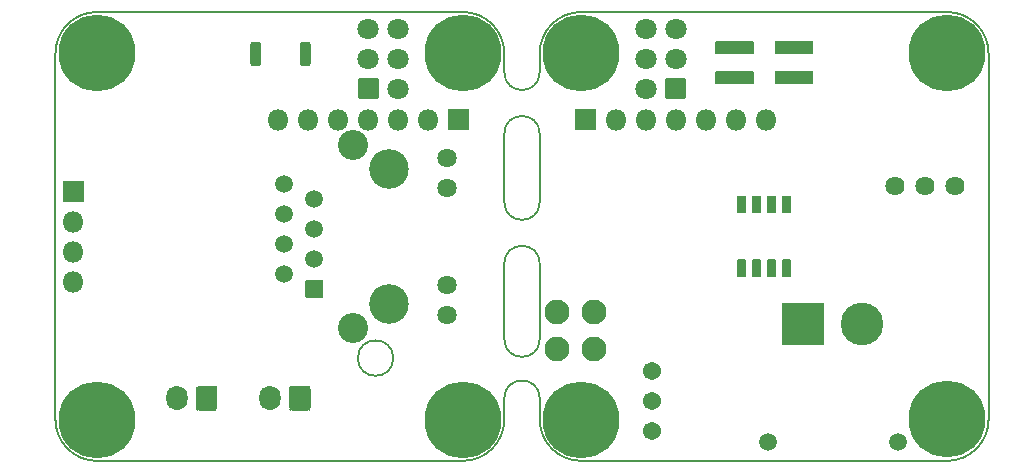
<source format=gbr>
%TF.GenerationSoftware,KiCad,Pcbnew,(5.1.8-0-10_14)*%
%TF.CreationDate,2021-08-30T17:25:53+02:00*%
%TF.ProjectId,ethersweep,65746865-7273-4776-9565-702e6b696361,2.0.1*%
%TF.SameCoordinates,Original*%
%TF.FileFunction,Soldermask,Bot*%
%TF.FilePolarity,Negative*%
%FSLAX46Y46*%
G04 Gerber Fmt 4.6, Leading zero omitted, Abs format (unit mm)*
G04 Created by KiCad (PCBNEW (5.1.8-0-10_14)) date 2021-08-30 17:25:53*
%MOMM*%
%LPD*%
G01*
G04 APERTURE LIST*
%TA.AperFunction,Profile*%
%ADD10C,0.150000*%
%TD*%
%ADD11C,6.502000*%
%ADD12C,0.902000*%
%ADD13O,1.802000X2.102000*%
%ADD14C,1.802000*%
%ADD15O,1.802000X1.802000*%
%ADD16C,2.102000*%
%ADD17C,1.500000*%
%ADD18C,1.632000*%
%ADD19C,2.547000*%
%ADD20C,3.352000*%
%ADD21C,1.542000*%
%ADD22C,1.502000*%
%ADD23C,3.602000*%
%ADD24C,1.626000*%
%ADD25C,0.100000*%
G04 APERTURE END LIST*
D10*
X221600000Y-26700000D02*
G75*
G02*
X225100000Y-30200000I0J-3500000D01*
G01*
X184100000Y-60700000D02*
X184100000Y-59400000D01*
X187100000Y-31800000D02*
X187100000Y-30700000D01*
X187100000Y-31800000D02*
G75*
G02*
X184100000Y-31800000I-1500000J0D01*
G01*
X187100000Y-61200000D02*
X187100000Y-59400000D01*
X184100000Y-31800000D02*
X184100000Y-30200000D01*
X184100000Y-59400000D02*
G75*
G02*
X187100000Y-59400000I1500000J0D01*
G01*
X187100000Y-42800000D02*
G75*
G02*
X184100000Y-42800000I-1500000J0D01*
G01*
X184100000Y-37000000D02*
G75*
G02*
X187100000Y-37000000I1500000J0D01*
G01*
X187100000Y-42800000D02*
X187100000Y-37000000D01*
X184100000Y-54400000D02*
X184100000Y-48000000D01*
X184100000Y-48000000D02*
G75*
G02*
X187100000Y-48000000I1500000J0D01*
G01*
X184100000Y-42800000D02*
X184100000Y-37000000D01*
X187100000Y-54400000D02*
X187100000Y-48000000D01*
X187100000Y-54400000D02*
G75*
G02*
X184100000Y-54400000I-1500000J0D01*
G01*
X184100000Y-61200000D02*
X184100000Y-60700000D01*
X187100000Y-30200000D02*
X187100000Y-30700000D01*
X174700000Y-56000000D02*
G75*
G03*
X174700000Y-56000000I-1500000J0D01*
G01*
X149600000Y-64700000D02*
G75*
G02*
X146100000Y-61200000I0J3500000D01*
G01*
X149600000Y-64700000D02*
X180600000Y-64700000D01*
X190600000Y-26700000D02*
X221600000Y-26700000D01*
X187100000Y-30200000D02*
G75*
G02*
X190600000Y-26700000I3500000J0D01*
G01*
X225100000Y-61200000D02*
G75*
G02*
X221600000Y-64700000I-3500000J0D01*
G01*
X190600000Y-64700000D02*
G75*
G02*
X187100000Y-61200000I0J3500000D01*
G01*
X190600000Y-64700000D02*
X221600000Y-64700000D01*
X225100000Y-61200000D02*
X225100000Y-30200000D01*
X146100000Y-30200000D02*
X146100000Y-61200000D01*
X184100000Y-61200000D02*
G75*
G02*
X180600000Y-64700000I-3500000J0D01*
G01*
X180600000Y-26700000D02*
G75*
G02*
X184100000Y-30200000I0J-3500000D01*
G01*
X146100000Y-30200000D02*
G75*
G02*
X149600000Y-26700000I3500000J0D01*
G01*
X180600000Y-26700000D02*
X149600000Y-26700000D01*
X221600000Y-26700000D02*
G75*
G02*
X225100000Y-30200000I0J-3500000D01*
G01*
X184100000Y-60700000D02*
X184100000Y-59400000D01*
X187100000Y-31800000D02*
X187100000Y-30700000D01*
X187100000Y-31800000D02*
G75*
G02*
X184100000Y-31800000I-1500000J0D01*
G01*
X187100000Y-61200000D02*
X187100000Y-59400000D01*
X184100000Y-31800000D02*
X184100000Y-30200000D01*
X184100000Y-59400000D02*
G75*
G02*
X187100000Y-59400000I1500000J0D01*
G01*
X187100000Y-42800000D02*
G75*
G02*
X184100000Y-42800000I-1500000J0D01*
G01*
X184100000Y-37000000D02*
G75*
G02*
X187100000Y-37000000I1500000J0D01*
G01*
X187100000Y-42800000D02*
X187100000Y-37000000D01*
X184100000Y-54400000D02*
X184100000Y-48000000D01*
X184100000Y-48000000D02*
G75*
G02*
X187100000Y-48000000I1500000J0D01*
G01*
X184100000Y-42800000D02*
X184100000Y-37000000D01*
X187100000Y-54400000D02*
X187100000Y-48000000D01*
X187100000Y-54400000D02*
G75*
G02*
X184100000Y-54400000I-1500000J0D01*
G01*
X184100000Y-61200000D02*
X184100000Y-60700000D01*
X187100000Y-30200000D02*
X187100000Y-30700000D01*
X174700000Y-56000000D02*
G75*
G03*
X174700000Y-56000000I-1500000J0D01*
G01*
X149600000Y-64700000D02*
G75*
G02*
X146100000Y-61200000I0J3500000D01*
G01*
X149600000Y-64700000D02*
X180600000Y-64700000D01*
X190600000Y-26700000D02*
X221600000Y-26700000D01*
X187100000Y-30200000D02*
G75*
G02*
X190600000Y-26700000I3500000J0D01*
G01*
X225100000Y-61200000D02*
G75*
G02*
X221600000Y-64700000I-3500000J0D01*
G01*
X190600000Y-64700000D02*
G75*
G02*
X187100000Y-61200000I0J3500000D01*
G01*
X190600000Y-64700000D02*
X221600000Y-64700000D01*
X225100000Y-61200000D02*
X225100000Y-30200000D01*
X146100000Y-30200000D02*
X146100000Y-61200000D01*
X184100000Y-61200000D02*
G75*
G02*
X180600000Y-64700000I-3500000J0D01*
G01*
X180600000Y-26700000D02*
G75*
G02*
X184100000Y-30200000I0J-3500000D01*
G01*
X146100000Y-30200000D02*
G75*
G02*
X149600000Y-26700000I3500000J0D01*
G01*
X180600000Y-26700000D02*
X149600000Y-26700000D01*
D11*
X221600000Y-30200000D03*
D12*
X224000000Y-30200000D03*
X223297056Y-31897056D03*
X221600000Y-32600000D03*
X219902944Y-31897056D03*
X219200000Y-30200000D03*
X219902944Y-28502944D03*
X221600000Y-27800000D03*
X223297056Y-28502944D03*
D13*
X156400000Y-59400000D03*
G36*
G01*
X159801000Y-58614000D02*
X159801000Y-60186000D01*
G75*
G02*
X159536000Y-60451000I-265000J0D01*
G01*
X158264000Y-60451000D01*
G75*
G02*
X157999000Y-60186000I0J265000D01*
G01*
X157999000Y-58614000D01*
G75*
G02*
X158264000Y-58349000I265000J0D01*
G01*
X159536000Y-58349000D01*
G75*
G02*
X159801000Y-58614000I0J-265000D01*
G01*
G37*
G36*
G01*
X171699000Y-33836000D02*
X171699000Y-32564000D01*
G75*
G02*
X171964000Y-32299000I265000J0D01*
G01*
X173236000Y-32299000D01*
G75*
G02*
X173501000Y-32564000I0J-265000D01*
G01*
X173501000Y-33836000D01*
G75*
G02*
X173236000Y-34101000I-265000J0D01*
G01*
X171964000Y-34101000D01*
G75*
G02*
X171699000Y-33836000I0J265000D01*
G01*
G37*
D14*
X172600000Y-30660000D03*
X172600000Y-28120000D03*
X175140000Y-33200000D03*
X175140000Y-30660000D03*
X175140000Y-28120000D03*
G36*
G01*
X199501000Y-32564000D02*
X199501000Y-33836000D01*
G75*
G02*
X199236000Y-34101000I-265000J0D01*
G01*
X197964000Y-34101000D01*
G75*
G02*
X197699000Y-33836000I0J265000D01*
G01*
X197699000Y-32564000D01*
G75*
G02*
X197964000Y-32299000I265000J0D01*
G01*
X199236000Y-32299000D01*
G75*
G02*
X199501000Y-32564000I0J-265000D01*
G01*
G37*
X198600000Y-30660000D03*
X198600000Y-28120000D03*
X196060000Y-33200000D03*
X196060000Y-30660000D03*
X196060000Y-28120000D03*
D11*
X190600000Y-61200000D03*
D12*
X193000000Y-61200000D03*
X192297056Y-62897056D03*
X190600000Y-63600000D03*
X188902944Y-62897056D03*
X188200000Y-61200000D03*
X188902944Y-59502944D03*
X190600000Y-58800000D03*
X192297056Y-59502944D03*
X223297056Y-59477945D03*
X221600000Y-58775001D03*
X219902944Y-59477945D03*
X219200000Y-61175001D03*
X219902944Y-62872057D03*
X221600000Y-63575001D03*
X223297056Y-62872057D03*
X224000000Y-61175001D03*
D11*
X221600000Y-61175001D03*
D12*
X192297056Y-28502944D03*
X190600000Y-27800000D03*
X188902944Y-28502944D03*
X188200000Y-30200000D03*
X188902944Y-31897056D03*
X190600000Y-32600000D03*
X192297056Y-31897056D03*
X193000000Y-30200000D03*
D11*
X190600000Y-30200000D03*
G36*
G01*
X148501000Y-41050000D02*
X148501000Y-42750000D01*
G75*
G02*
X148450000Y-42801000I-51000J0D01*
G01*
X146750000Y-42801000D01*
G75*
G02*
X146699000Y-42750000I0J51000D01*
G01*
X146699000Y-41050000D01*
G75*
G02*
X146750000Y-40999000I51000J0D01*
G01*
X148450000Y-40999000D01*
G75*
G02*
X148501000Y-41050000I0J-51000D01*
G01*
G37*
D15*
X147600000Y-44440000D03*
X147600000Y-46980000D03*
X147600000Y-49520000D03*
G36*
G01*
X167701000Y-58614000D02*
X167701000Y-60186000D01*
G75*
G02*
X167436000Y-60451000I-265000J0D01*
G01*
X166164000Y-60451000D01*
G75*
G02*
X165899000Y-60186000I0J265000D01*
G01*
X165899000Y-58614000D01*
G75*
G02*
X166164000Y-58349000I265000J0D01*
G01*
X167436000Y-58349000D01*
G75*
G02*
X167701000Y-58614000I0J-265000D01*
G01*
G37*
D13*
X164300000Y-59400000D03*
G36*
G01*
X210251000Y-29230000D02*
X210251000Y-30230000D01*
G75*
G02*
X210200000Y-30281000I-51000J0D01*
G01*
X207050000Y-30281000D01*
G75*
G02*
X206999000Y-30230000I0J51000D01*
G01*
X206999000Y-29230000D01*
G75*
G02*
X207050000Y-29179000I51000J0D01*
G01*
X210200000Y-29179000D01*
G75*
G02*
X210251000Y-29230000I0J-51000D01*
G01*
G37*
G36*
G01*
X205201000Y-29230000D02*
X205201000Y-30230000D01*
G75*
G02*
X205150000Y-30281000I-51000J0D01*
G01*
X202000000Y-30281000D01*
G75*
G02*
X201949000Y-30230000I0J51000D01*
G01*
X201949000Y-29230000D01*
G75*
G02*
X202000000Y-29179000I51000J0D01*
G01*
X205150000Y-29179000D01*
G75*
G02*
X205201000Y-29230000I0J-51000D01*
G01*
G37*
G36*
G01*
X210251000Y-31770000D02*
X210251000Y-32770000D01*
G75*
G02*
X210200000Y-32821000I-51000J0D01*
G01*
X207050000Y-32821000D01*
G75*
G02*
X206999000Y-32770000I0J51000D01*
G01*
X206999000Y-31770000D01*
G75*
G02*
X207050000Y-31719000I51000J0D01*
G01*
X210200000Y-31719000D01*
G75*
G02*
X210251000Y-31770000I0J-51000D01*
G01*
G37*
G36*
G01*
X205201000Y-31770000D02*
X205201000Y-32770000D01*
G75*
G02*
X205150000Y-32821000I-51000J0D01*
G01*
X202000000Y-32821000D01*
G75*
G02*
X201949000Y-32770000I0J51000D01*
G01*
X201949000Y-31770000D01*
G75*
G02*
X202000000Y-31719000I51000J0D01*
G01*
X205150000Y-31719000D01*
G75*
G02*
X205201000Y-31770000I0J-51000D01*
G01*
G37*
G36*
G01*
X163501000Y-29424500D02*
X163501000Y-31075500D01*
G75*
G02*
X163275500Y-31301000I-225500J0D01*
G01*
X162824500Y-31301000D01*
G75*
G02*
X162599000Y-31075500I0J225500D01*
G01*
X162599000Y-29424500D01*
G75*
G02*
X162824500Y-29199000I225500J0D01*
G01*
X163275500Y-29199000D01*
G75*
G02*
X163501000Y-29424500I0J-225500D01*
G01*
G37*
G36*
G01*
X167701000Y-29424500D02*
X167701000Y-31075500D01*
G75*
G02*
X167475500Y-31301000I-225500J0D01*
G01*
X167024500Y-31301000D01*
G75*
G02*
X166799000Y-31075500I0J225500D01*
G01*
X166799000Y-29424500D01*
G75*
G02*
X167024500Y-29199000I225500J0D01*
G01*
X167475500Y-29199000D01*
G75*
G02*
X167701000Y-29424500I0J-225500D01*
G01*
G37*
G36*
G01*
X203844000Y-43700000D02*
X203844000Y-42300000D01*
G75*
G02*
X203895000Y-42249000I51000J0D01*
G01*
X204495000Y-42249000D01*
G75*
G02*
X204546000Y-42300000I0J-51000D01*
G01*
X204546000Y-43700000D01*
G75*
G02*
X204495000Y-43751000I-51000J0D01*
G01*
X203895000Y-43751000D01*
G75*
G02*
X203844000Y-43700000I0J51000D01*
G01*
G37*
G36*
G01*
X205114000Y-43700000D02*
X205114000Y-42300000D01*
G75*
G02*
X205165000Y-42249000I51000J0D01*
G01*
X205765000Y-42249000D01*
G75*
G02*
X205816000Y-42300000I0J-51000D01*
G01*
X205816000Y-43700000D01*
G75*
G02*
X205765000Y-43751000I-51000J0D01*
G01*
X205165000Y-43751000D01*
G75*
G02*
X205114000Y-43700000I0J51000D01*
G01*
G37*
G36*
G01*
X206384000Y-43700000D02*
X206384000Y-42300000D01*
G75*
G02*
X206435000Y-42249000I51000J0D01*
G01*
X207035000Y-42249000D01*
G75*
G02*
X207086000Y-42300000I0J-51000D01*
G01*
X207086000Y-43700000D01*
G75*
G02*
X207035000Y-43751000I-51000J0D01*
G01*
X206435000Y-43751000D01*
G75*
G02*
X206384000Y-43700000I0J51000D01*
G01*
G37*
G36*
G01*
X207654000Y-43700000D02*
X207654000Y-42300000D01*
G75*
G02*
X207705000Y-42249000I51000J0D01*
G01*
X208305000Y-42249000D01*
G75*
G02*
X208356000Y-42300000I0J-51000D01*
G01*
X208356000Y-43700000D01*
G75*
G02*
X208305000Y-43751000I-51000J0D01*
G01*
X207705000Y-43751000D01*
G75*
G02*
X207654000Y-43700000I0J51000D01*
G01*
G37*
G36*
G01*
X207654000Y-49100000D02*
X207654000Y-47700000D01*
G75*
G02*
X207705000Y-47649000I51000J0D01*
G01*
X208305000Y-47649000D01*
G75*
G02*
X208356000Y-47700000I0J-51000D01*
G01*
X208356000Y-49100000D01*
G75*
G02*
X208305000Y-49151000I-51000J0D01*
G01*
X207705000Y-49151000D01*
G75*
G02*
X207654000Y-49100000I0J51000D01*
G01*
G37*
G36*
G01*
X206384000Y-49100000D02*
X206384000Y-47700000D01*
G75*
G02*
X206435000Y-47649000I51000J0D01*
G01*
X207035000Y-47649000D01*
G75*
G02*
X207086000Y-47700000I0J-51000D01*
G01*
X207086000Y-49100000D01*
G75*
G02*
X207035000Y-49151000I-51000J0D01*
G01*
X206435000Y-49151000D01*
G75*
G02*
X206384000Y-49100000I0J51000D01*
G01*
G37*
G36*
G01*
X205114000Y-49100000D02*
X205114000Y-47700000D01*
G75*
G02*
X205165000Y-47649000I51000J0D01*
G01*
X205765000Y-47649000D01*
G75*
G02*
X205816000Y-47700000I0J-51000D01*
G01*
X205816000Y-49100000D01*
G75*
G02*
X205765000Y-49151000I-51000J0D01*
G01*
X205165000Y-49151000D01*
G75*
G02*
X205114000Y-49100000I0J51000D01*
G01*
G37*
G36*
G01*
X203844000Y-49100000D02*
X203844000Y-47700000D01*
G75*
G02*
X203895000Y-47649000I51000J0D01*
G01*
X204495000Y-47649000D01*
G75*
G02*
X204546000Y-47700000I0J-51000D01*
G01*
X204546000Y-49100000D01*
G75*
G02*
X204495000Y-49151000I-51000J0D01*
G01*
X203895000Y-49151000D01*
G75*
G02*
X203844000Y-49100000I0J51000D01*
G01*
G37*
D11*
X149600000Y-30200000D03*
D12*
X152000000Y-30200000D03*
X151297056Y-31897056D03*
X149600000Y-32600000D03*
X147902944Y-31897056D03*
X147200000Y-30200000D03*
X147902944Y-28502944D03*
X149600000Y-27800000D03*
X151297056Y-28502944D03*
X182297056Y-28502944D03*
X180600000Y-27800000D03*
X178902944Y-28502944D03*
X178200000Y-30200000D03*
X178902944Y-31897056D03*
X180600000Y-32600000D03*
X182297056Y-31897056D03*
X183000000Y-30200000D03*
D11*
X180600000Y-30200000D03*
X180600000Y-61200000D03*
D12*
X183000000Y-61200000D03*
X182297056Y-62897056D03*
X180600000Y-63600000D03*
X178902944Y-62897056D03*
X178200000Y-61200000D03*
X178902944Y-59502944D03*
X180600000Y-58800000D03*
X182297056Y-59502944D03*
X151297056Y-59502944D03*
X149600000Y-58800000D03*
X147902944Y-59502944D03*
X147200000Y-61200000D03*
X147902944Y-62897056D03*
X149600000Y-63600000D03*
X151297056Y-62897056D03*
X152000000Y-61200000D03*
D11*
X149600000Y-61200000D03*
D16*
X188574999Y-55200000D03*
X188600000Y-52100000D03*
X191700000Y-55200000D03*
X191700000Y-52100000D03*
G36*
G01*
X191850000Y-36701000D02*
X190150000Y-36701000D01*
G75*
G02*
X190099000Y-36650000I0J51000D01*
G01*
X190099000Y-34950000D01*
G75*
G02*
X190150000Y-34899000I51000J0D01*
G01*
X191850000Y-34899000D01*
G75*
G02*
X191901000Y-34950000I0J-51000D01*
G01*
X191901000Y-36650000D01*
G75*
G02*
X191850000Y-36701000I-51000J0D01*
G01*
G37*
D15*
X193540000Y-35800000D03*
X196080000Y-35800000D03*
X198620000Y-35800000D03*
X201160000Y-35800000D03*
X203700000Y-35800000D03*
X206240000Y-35800000D03*
X164960000Y-35800000D03*
X167500000Y-35800000D03*
X170040000Y-35800000D03*
X172580000Y-35800000D03*
X175120000Y-35800000D03*
X177660000Y-35800000D03*
G36*
G01*
X181050000Y-36701000D02*
X179350000Y-36701000D01*
G75*
G02*
X179299000Y-36650000I0J51000D01*
G01*
X179299000Y-34950000D01*
G75*
G02*
X179350000Y-34899000I51000J0D01*
G01*
X181050000Y-34899000D01*
G75*
G02*
X181101000Y-34950000I0J-51000D01*
G01*
X181101000Y-36650000D01*
G75*
G02*
X181050000Y-36701000I-51000J0D01*
G01*
G37*
G36*
G01*
X167301000Y-49400000D02*
X168699000Y-49400000D01*
G75*
G02*
X168750000Y-49451000I0J-51000D01*
G01*
X168750000Y-50849000D01*
G75*
G02*
X168699000Y-50900000I-51000J0D01*
G01*
X167301000Y-50900000D01*
G75*
G02*
X167250000Y-50849000I0J51000D01*
G01*
X167250000Y-49451000D01*
G75*
G02*
X167301000Y-49400000I51000J0D01*
G01*
G37*
D17*
X165460000Y-48880000D03*
X168000000Y-47610000D03*
X165460000Y-46340000D03*
X168000000Y-45070000D03*
X165460000Y-43800000D03*
X168000000Y-42530000D03*
X165460000Y-41260000D03*
D18*
X179250000Y-52325000D03*
X179250000Y-49785000D03*
X179250000Y-39075000D03*
X179250000Y-41615000D03*
D19*
X171300000Y-53445000D03*
X171300000Y-37955000D03*
D20*
X174350000Y-39985000D03*
X174350000Y-51415000D03*
D21*
X196600000Y-62180000D03*
X196600000Y-59640000D03*
X196600000Y-57100000D03*
D22*
X206400000Y-63100000D03*
X217400000Y-63100000D03*
G36*
G01*
X211201000Y-51350000D02*
X211201000Y-54850000D01*
G75*
G02*
X211150000Y-54901000I-51000J0D01*
G01*
X207650000Y-54901000D01*
G75*
G02*
X207599000Y-54850000I0J51000D01*
G01*
X207599000Y-51350000D01*
G75*
G02*
X207650000Y-51299000I51000J0D01*
G01*
X211150000Y-51299000D01*
G75*
G02*
X211201000Y-51350000I0J-51000D01*
G01*
G37*
D23*
X214400000Y-53100000D03*
D24*
X222260000Y-41390000D03*
X219720000Y-41390000D03*
X217180000Y-41390000D03*
D25*
G36*
X158000990Y-60185804D02*
G01*
X158006062Y-60237304D01*
X158021029Y-60286642D01*
X158045332Y-60332110D01*
X158078038Y-60371962D01*
X158117890Y-60404668D01*
X158163358Y-60428971D01*
X158212696Y-60443938D01*
X158264196Y-60449010D01*
X158265822Y-60450175D01*
X158265626Y-60452165D01*
X158264000Y-60453000D01*
X158181903Y-60453000D01*
X158181707Y-60452990D01*
X158141204Y-60449001D01*
X158140819Y-60448925D01*
X158107767Y-60438899D01*
X158107405Y-60438749D01*
X158076954Y-60422472D01*
X158076628Y-60422254D01*
X158049932Y-60400345D01*
X158049655Y-60400068D01*
X158027746Y-60373372D01*
X158027528Y-60373046D01*
X158011251Y-60342595D01*
X158011101Y-60342233D01*
X158001075Y-60309181D01*
X158000999Y-60308796D01*
X157997010Y-60268293D01*
X157997000Y-60268097D01*
X157997000Y-60186000D01*
X157998000Y-60184268D01*
X158000000Y-60184268D01*
X158000990Y-60185804D01*
G37*
G36*
X159802165Y-60184374D02*
G01*
X159803000Y-60186000D01*
X159803000Y-60268097D01*
X159802990Y-60268293D01*
X159799001Y-60308796D01*
X159798925Y-60309181D01*
X159788899Y-60342233D01*
X159788749Y-60342595D01*
X159772472Y-60373046D01*
X159772254Y-60373372D01*
X159750345Y-60400068D01*
X159750068Y-60400345D01*
X159723372Y-60422254D01*
X159723046Y-60422472D01*
X159692595Y-60438749D01*
X159692233Y-60438899D01*
X159659181Y-60448925D01*
X159658796Y-60449001D01*
X159618293Y-60452990D01*
X159618097Y-60453000D01*
X159536000Y-60453000D01*
X159534268Y-60452000D01*
X159534268Y-60450000D01*
X159535804Y-60449010D01*
X159587304Y-60443938D01*
X159636642Y-60428971D01*
X159682110Y-60404668D01*
X159721962Y-60371962D01*
X159754668Y-60332110D01*
X159778971Y-60286642D01*
X159793938Y-60237304D01*
X159799010Y-60185804D01*
X159800175Y-60184178D01*
X159802165Y-60184374D01*
G37*
G36*
X165900990Y-60185804D02*
G01*
X165906062Y-60237304D01*
X165921029Y-60286642D01*
X165945332Y-60332110D01*
X165978038Y-60371962D01*
X166017890Y-60404668D01*
X166063358Y-60428971D01*
X166112696Y-60443938D01*
X166164196Y-60449010D01*
X166165822Y-60450175D01*
X166165626Y-60452165D01*
X166164000Y-60453000D01*
X166081903Y-60453000D01*
X166081707Y-60452990D01*
X166041204Y-60449001D01*
X166040819Y-60448925D01*
X166007767Y-60438899D01*
X166007405Y-60438749D01*
X165976954Y-60422472D01*
X165976628Y-60422254D01*
X165949932Y-60400345D01*
X165949655Y-60400068D01*
X165927746Y-60373372D01*
X165927528Y-60373046D01*
X165911251Y-60342595D01*
X165911101Y-60342233D01*
X165901075Y-60309181D01*
X165900999Y-60308796D01*
X165897010Y-60268293D01*
X165897000Y-60268097D01*
X165897000Y-60186000D01*
X165898000Y-60184268D01*
X165900000Y-60184268D01*
X165900990Y-60185804D01*
G37*
G36*
X167702165Y-60184374D02*
G01*
X167703000Y-60186000D01*
X167703000Y-60268097D01*
X167702990Y-60268293D01*
X167699001Y-60308796D01*
X167698925Y-60309181D01*
X167688899Y-60342233D01*
X167688749Y-60342595D01*
X167672472Y-60373046D01*
X167672254Y-60373372D01*
X167650345Y-60400068D01*
X167650068Y-60400345D01*
X167623372Y-60422254D01*
X167623046Y-60422472D01*
X167592595Y-60438749D01*
X167592233Y-60438899D01*
X167559181Y-60448925D01*
X167558796Y-60449001D01*
X167518293Y-60452990D01*
X167518097Y-60453000D01*
X167436000Y-60453000D01*
X167434268Y-60452000D01*
X167434268Y-60450000D01*
X167435804Y-60449010D01*
X167487304Y-60443938D01*
X167536642Y-60428971D01*
X167582110Y-60404668D01*
X167621962Y-60371962D01*
X167654668Y-60332110D01*
X167678971Y-60286642D01*
X167693938Y-60237304D01*
X167699010Y-60185804D01*
X167700175Y-60184178D01*
X167702165Y-60184374D01*
G37*
G36*
X166165732Y-58348000D02*
G01*
X166165732Y-58350000D01*
X166164196Y-58350990D01*
X166112696Y-58356062D01*
X166063358Y-58371029D01*
X166017890Y-58395332D01*
X165978038Y-58428038D01*
X165945332Y-58467890D01*
X165921029Y-58513358D01*
X165906062Y-58562696D01*
X165900990Y-58614196D01*
X165899825Y-58615822D01*
X165897835Y-58615626D01*
X165897000Y-58614000D01*
X165897000Y-58531903D01*
X165897010Y-58531707D01*
X165900999Y-58491204D01*
X165901075Y-58490819D01*
X165911101Y-58457767D01*
X165911251Y-58457405D01*
X165927528Y-58426954D01*
X165927746Y-58426628D01*
X165949655Y-58399932D01*
X165949932Y-58399655D01*
X165976628Y-58377746D01*
X165976954Y-58377528D01*
X166007405Y-58361251D01*
X166007767Y-58361101D01*
X166040819Y-58351075D01*
X166041204Y-58350999D01*
X166081707Y-58347010D01*
X166081903Y-58347000D01*
X166164000Y-58347000D01*
X166165732Y-58348000D01*
G37*
G36*
X158265732Y-58348000D02*
G01*
X158265732Y-58350000D01*
X158264196Y-58350990D01*
X158212696Y-58356062D01*
X158163358Y-58371029D01*
X158117890Y-58395332D01*
X158078038Y-58428038D01*
X158045332Y-58467890D01*
X158021029Y-58513358D01*
X158006062Y-58562696D01*
X158000990Y-58614196D01*
X157999825Y-58615822D01*
X157997835Y-58615626D01*
X157997000Y-58614000D01*
X157997000Y-58531903D01*
X157997010Y-58531707D01*
X158000999Y-58491204D01*
X158001075Y-58490819D01*
X158011101Y-58457767D01*
X158011251Y-58457405D01*
X158027528Y-58426954D01*
X158027746Y-58426628D01*
X158049655Y-58399932D01*
X158049932Y-58399655D01*
X158076628Y-58377746D01*
X158076954Y-58377528D01*
X158107405Y-58361251D01*
X158107767Y-58361101D01*
X158140819Y-58351075D01*
X158141204Y-58350999D01*
X158181707Y-58347010D01*
X158181903Y-58347000D01*
X158264000Y-58347000D01*
X158265732Y-58348000D01*
G37*
G36*
X167518293Y-58347010D02*
G01*
X167558796Y-58350999D01*
X167559181Y-58351075D01*
X167592233Y-58361101D01*
X167592595Y-58361251D01*
X167623046Y-58377528D01*
X167623372Y-58377746D01*
X167650068Y-58399655D01*
X167650345Y-58399932D01*
X167672254Y-58426628D01*
X167672472Y-58426954D01*
X167688749Y-58457405D01*
X167688899Y-58457767D01*
X167698925Y-58490819D01*
X167699001Y-58491204D01*
X167702990Y-58531707D01*
X167703000Y-58531903D01*
X167703000Y-58614000D01*
X167702000Y-58615732D01*
X167700000Y-58615732D01*
X167699010Y-58614196D01*
X167693938Y-58562696D01*
X167678971Y-58513358D01*
X167654668Y-58467890D01*
X167621962Y-58428038D01*
X167582110Y-58395332D01*
X167536642Y-58371029D01*
X167487304Y-58356062D01*
X167435804Y-58350990D01*
X167434178Y-58349825D01*
X167434374Y-58347835D01*
X167436000Y-58347000D01*
X167518097Y-58347000D01*
X167518293Y-58347010D01*
G37*
G36*
X159618293Y-58347010D02*
G01*
X159658796Y-58350999D01*
X159659181Y-58351075D01*
X159692233Y-58361101D01*
X159692595Y-58361251D01*
X159723046Y-58377528D01*
X159723372Y-58377746D01*
X159750068Y-58399655D01*
X159750345Y-58399932D01*
X159772254Y-58426628D01*
X159772472Y-58426954D01*
X159788749Y-58457405D01*
X159788899Y-58457767D01*
X159798925Y-58490819D01*
X159799001Y-58491204D01*
X159802990Y-58531707D01*
X159803000Y-58531903D01*
X159803000Y-58614000D01*
X159802000Y-58615732D01*
X159800000Y-58615732D01*
X159799010Y-58614196D01*
X159793938Y-58562696D01*
X159778971Y-58513358D01*
X159754668Y-58467890D01*
X159721962Y-58428038D01*
X159682110Y-58395332D01*
X159636642Y-58371029D01*
X159587304Y-58356062D01*
X159535804Y-58350990D01*
X159534178Y-58349825D01*
X159534374Y-58347835D01*
X159536000Y-58347000D01*
X159618097Y-58347000D01*
X159618293Y-58347010D01*
G37*
G36*
X171700990Y-33835804D02*
G01*
X171706062Y-33887304D01*
X171721029Y-33936642D01*
X171745332Y-33982110D01*
X171778038Y-34021962D01*
X171817890Y-34054668D01*
X171863358Y-34078971D01*
X171912696Y-34093938D01*
X171964196Y-34099010D01*
X171965822Y-34100175D01*
X171965626Y-34102165D01*
X171964000Y-34103000D01*
X171881903Y-34103000D01*
X171881707Y-34102990D01*
X171841204Y-34099001D01*
X171840819Y-34098925D01*
X171807767Y-34088899D01*
X171807405Y-34088749D01*
X171776954Y-34072472D01*
X171776628Y-34072254D01*
X171749932Y-34050345D01*
X171749655Y-34050068D01*
X171727746Y-34023372D01*
X171727528Y-34023046D01*
X171711251Y-33992595D01*
X171711101Y-33992233D01*
X171701075Y-33959181D01*
X171700999Y-33958796D01*
X171697010Y-33918293D01*
X171697000Y-33918097D01*
X171697000Y-33836000D01*
X171698000Y-33834268D01*
X171700000Y-33834268D01*
X171700990Y-33835804D01*
G37*
G36*
X197700990Y-33835804D02*
G01*
X197706062Y-33887304D01*
X197721029Y-33936642D01*
X197745332Y-33982110D01*
X197778038Y-34021962D01*
X197817890Y-34054668D01*
X197863358Y-34078971D01*
X197912696Y-34093938D01*
X197964196Y-34099010D01*
X197965822Y-34100175D01*
X197965626Y-34102165D01*
X197964000Y-34103000D01*
X197881903Y-34103000D01*
X197881707Y-34102990D01*
X197841204Y-34099001D01*
X197840819Y-34098925D01*
X197807767Y-34088899D01*
X197807405Y-34088749D01*
X197776954Y-34072472D01*
X197776628Y-34072254D01*
X197749932Y-34050345D01*
X197749655Y-34050068D01*
X197727746Y-34023372D01*
X197727528Y-34023046D01*
X197711251Y-33992595D01*
X197711101Y-33992233D01*
X197701075Y-33959181D01*
X197700999Y-33958796D01*
X197697010Y-33918293D01*
X197697000Y-33918097D01*
X197697000Y-33836000D01*
X197698000Y-33834268D01*
X197700000Y-33834268D01*
X197700990Y-33835804D01*
G37*
G36*
X173502165Y-33834374D02*
G01*
X173503000Y-33836000D01*
X173503000Y-33918097D01*
X173502990Y-33918293D01*
X173499001Y-33958796D01*
X173498925Y-33959181D01*
X173488899Y-33992233D01*
X173488749Y-33992595D01*
X173472472Y-34023046D01*
X173472254Y-34023372D01*
X173450345Y-34050068D01*
X173450068Y-34050345D01*
X173423372Y-34072254D01*
X173423046Y-34072472D01*
X173392595Y-34088749D01*
X173392233Y-34088899D01*
X173359181Y-34098925D01*
X173358796Y-34099001D01*
X173318293Y-34102990D01*
X173318097Y-34103000D01*
X173236000Y-34103000D01*
X173234268Y-34102000D01*
X173234268Y-34100000D01*
X173235804Y-34099010D01*
X173287304Y-34093938D01*
X173336642Y-34078971D01*
X173382110Y-34054668D01*
X173421962Y-34021962D01*
X173454668Y-33982110D01*
X173478971Y-33936642D01*
X173493938Y-33887304D01*
X173499010Y-33835804D01*
X173500175Y-33834178D01*
X173502165Y-33834374D01*
G37*
G36*
X199502165Y-33834374D02*
G01*
X199503000Y-33836000D01*
X199503000Y-33918097D01*
X199502990Y-33918293D01*
X199499001Y-33958796D01*
X199498925Y-33959181D01*
X199488899Y-33992233D01*
X199488749Y-33992595D01*
X199472472Y-34023046D01*
X199472254Y-34023372D01*
X199450345Y-34050068D01*
X199450068Y-34050345D01*
X199423372Y-34072254D01*
X199423046Y-34072472D01*
X199392595Y-34088749D01*
X199392233Y-34088899D01*
X199359181Y-34098925D01*
X199358796Y-34099001D01*
X199318293Y-34102990D01*
X199318097Y-34103000D01*
X199236000Y-34103000D01*
X199234268Y-34102000D01*
X199234268Y-34100000D01*
X199235804Y-34099010D01*
X199287304Y-34093938D01*
X199336642Y-34078971D01*
X199382110Y-34054668D01*
X199421962Y-34021962D01*
X199454668Y-33982110D01*
X199478971Y-33936642D01*
X199493938Y-33887304D01*
X199499010Y-33835804D01*
X199500175Y-33834178D01*
X199502165Y-33834374D01*
G37*
G36*
X197965732Y-32298000D02*
G01*
X197965732Y-32300000D01*
X197964196Y-32300990D01*
X197912696Y-32306062D01*
X197863358Y-32321029D01*
X197817890Y-32345332D01*
X197778038Y-32378038D01*
X197745332Y-32417890D01*
X197721029Y-32463358D01*
X197706062Y-32512696D01*
X197700990Y-32564196D01*
X197699825Y-32565822D01*
X197697835Y-32565626D01*
X197697000Y-32564000D01*
X197697000Y-32481903D01*
X197697010Y-32481707D01*
X197700999Y-32441204D01*
X197701075Y-32440819D01*
X197711101Y-32407767D01*
X197711251Y-32407405D01*
X197727528Y-32376954D01*
X197727746Y-32376628D01*
X197749655Y-32349932D01*
X197749932Y-32349655D01*
X197776628Y-32327746D01*
X197776954Y-32327528D01*
X197807405Y-32311251D01*
X197807767Y-32311101D01*
X197840819Y-32301075D01*
X197841204Y-32300999D01*
X197881707Y-32297010D01*
X197881903Y-32297000D01*
X197964000Y-32297000D01*
X197965732Y-32298000D01*
G37*
G36*
X171965732Y-32298000D02*
G01*
X171965732Y-32300000D01*
X171964196Y-32300990D01*
X171912696Y-32306062D01*
X171863358Y-32321029D01*
X171817890Y-32345332D01*
X171778038Y-32378038D01*
X171745332Y-32417890D01*
X171721029Y-32463358D01*
X171706062Y-32512696D01*
X171700990Y-32564196D01*
X171699825Y-32565822D01*
X171697835Y-32565626D01*
X171697000Y-32564000D01*
X171697000Y-32481903D01*
X171697010Y-32481707D01*
X171700999Y-32441204D01*
X171701075Y-32440819D01*
X171711101Y-32407767D01*
X171711251Y-32407405D01*
X171727528Y-32376954D01*
X171727746Y-32376628D01*
X171749655Y-32349932D01*
X171749932Y-32349655D01*
X171776628Y-32327746D01*
X171776954Y-32327528D01*
X171807405Y-32311251D01*
X171807767Y-32311101D01*
X171840819Y-32301075D01*
X171841204Y-32300999D01*
X171881707Y-32297010D01*
X171881903Y-32297000D01*
X171964000Y-32297000D01*
X171965732Y-32298000D01*
G37*
G36*
X173318293Y-32297010D02*
G01*
X173358796Y-32300999D01*
X173359181Y-32301075D01*
X173392233Y-32311101D01*
X173392595Y-32311251D01*
X173423046Y-32327528D01*
X173423372Y-32327746D01*
X173450068Y-32349655D01*
X173450345Y-32349932D01*
X173472254Y-32376628D01*
X173472472Y-32376954D01*
X173488749Y-32407405D01*
X173488899Y-32407767D01*
X173498925Y-32440819D01*
X173499001Y-32441204D01*
X173502990Y-32481707D01*
X173503000Y-32481903D01*
X173503000Y-32564000D01*
X173502000Y-32565732D01*
X173500000Y-32565732D01*
X173499010Y-32564196D01*
X173493938Y-32512696D01*
X173478971Y-32463358D01*
X173454668Y-32417890D01*
X173421962Y-32378038D01*
X173382110Y-32345332D01*
X173336642Y-32321029D01*
X173287304Y-32306062D01*
X173235804Y-32300990D01*
X173234178Y-32299825D01*
X173234374Y-32297835D01*
X173236000Y-32297000D01*
X173318097Y-32297000D01*
X173318293Y-32297010D01*
G37*
G36*
X199318293Y-32297010D02*
G01*
X199358796Y-32300999D01*
X199359181Y-32301075D01*
X199392233Y-32311101D01*
X199392595Y-32311251D01*
X199423046Y-32327528D01*
X199423372Y-32327746D01*
X199450068Y-32349655D01*
X199450345Y-32349932D01*
X199472254Y-32376628D01*
X199472472Y-32376954D01*
X199488749Y-32407405D01*
X199488899Y-32407767D01*
X199498925Y-32440819D01*
X199499001Y-32441204D01*
X199502990Y-32481707D01*
X199503000Y-32481903D01*
X199503000Y-32564000D01*
X199502000Y-32565732D01*
X199500000Y-32565732D01*
X199499010Y-32564196D01*
X199493938Y-32512696D01*
X199478971Y-32463358D01*
X199454668Y-32417890D01*
X199421962Y-32378038D01*
X199382110Y-32345332D01*
X199336642Y-32321029D01*
X199287304Y-32306062D01*
X199235804Y-32300990D01*
X199234178Y-32299825D01*
X199234374Y-32297835D01*
X199236000Y-32297000D01*
X199318097Y-32297000D01*
X199318293Y-32297010D01*
G37*
M02*

</source>
